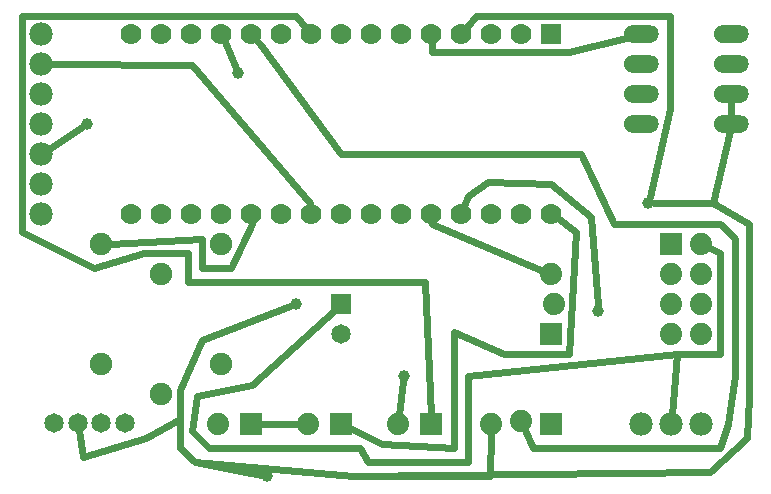
<source format=gtl>
G04 MADE WITH FRITZING*
G04 WWW.FRITZING.ORG*
G04 DOUBLE SIDED*
G04 HOLES PLATED*
G04 CONTOUR ON CENTER OF CONTOUR VECTOR*
%ASAXBY*%
%FSLAX23Y23*%
%MOIN*%
%OFA0B0*%
%SFA1.0B1.0*%
%ADD10C,0.075000*%
%ADD11C,0.039370*%
%ADD12C,0.074000*%
%ADD13C,0.065000*%
%ADD14C,0.058189*%
%ADD15C,0.078000*%
%ADD16C,0.070000*%
%ADD17R,0.074000X0.074000*%
%ADD18R,0.070000X0.069972*%
%ADD19C,0.024000*%
%ADD20R,0.001000X0.001000*%
%LNCOPPER1*%
G90*
G70*
G54D10*
X740Y824D03*
X740Y424D03*
X540Y724D03*
X540Y324D03*
X340Y824D03*
X340Y424D03*
G54D11*
X291Y1227D03*
X1995Y603D03*
X795Y1395D03*
X2163Y963D03*
X987Y627D03*
X1347Y387D03*
X891Y51D03*
G54D12*
X2340Y824D03*
X2340Y724D03*
X2340Y624D03*
X2340Y524D03*
X2240Y824D03*
X2240Y724D03*
X2240Y624D03*
X2240Y524D03*
G54D13*
X182Y228D03*
X261Y228D03*
X340Y228D03*
X419Y228D03*
G54D14*
X2140Y1524D03*
X2140Y1424D03*
X2140Y1324D03*
X2140Y1224D03*
X2440Y1224D03*
X2440Y1324D03*
X2440Y1424D03*
X2440Y1524D03*
G54D12*
X1140Y224D03*
X1030Y224D03*
X1140Y224D03*
X1030Y224D03*
X840Y224D03*
X730Y224D03*
X840Y224D03*
X730Y224D03*
X1440Y224D03*
X1330Y224D03*
X1440Y224D03*
X1330Y224D03*
G54D15*
X2340Y224D03*
X2240Y224D03*
X2140Y224D03*
G54D12*
X1840Y224D03*
X1740Y234D03*
X1640Y224D03*
X1840Y224D03*
X1740Y234D03*
X1640Y224D03*
G54D13*
X1140Y524D03*
X1140Y624D03*
X1140Y524D03*
X1140Y624D03*
G54D12*
X1840Y524D03*
X1850Y624D03*
X1840Y724D03*
X1840Y524D03*
X1850Y624D03*
X1840Y724D03*
G54D15*
X140Y1524D03*
X140Y1424D03*
X140Y1324D03*
X140Y1224D03*
X140Y1124D03*
X140Y1024D03*
X140Y924D03*
G54D16*
X1840Y1524D03*
X1740Y1524D03*
X1640Y1524D03*
X1540Y1524D03*
X1440Y1524D03*
X1340Y1524D03*
X1240Y1524D03*
X1140Y1524D03*
X1040Y1524D03*
X940Y1524D03*
X840Y1524D03*
X740Y1524D03*
X640Y1524D03*
X540Y1524D03*
X440Y1524D03*
X1840Y924D03*
X1740Y924D03*
X1640Y924D03*
X1540Y924D03*
X1440Y924D03*
X1340Y924D03*
X1240Y924D03*
X1140Y924D03*
X1040Y924D03*
X940Y924D03*
X840Y924D03*
X740Y924D03*
X640Y924D03*
X540Y924D03*
X440Y924D03*
G54D17*
X2240Y824D03*
G54D18*
X1840Y1524D03*
G54D19*
X871Y224D02*
X999Y224D01*
D02*
X2087Y1512D02*
X1899Y1467D01*
D02*
X1443Y891D02*
X1811Y736D01*
D02*
X1443Y895D02*
X1443Y891D01*
D02*
X1443Y1467D02*
X1442Y1495D01*
D02*
X1899Y1467D02*
X1443Y1467D01*
D02*
X843Y891D02*
X771Y747D01*
D02*
X843Y895D02*
X843Y891D01*
D02*
X675Y843D02*
X369Y826D01*
D02*
X675Y747D02*
X675Y843D01*
D02*
X771Y747D02*
X675Y747D01*
D02*
X275Y1216D02*
X165Y1141D01*
D02*
X641Y1423D02*
X1035Y963D01*
D02*
X170Y1424D02*
X641Y1423D01*
D02*
X1035Y963D02*
X1036Y953D01*
D02*
X483Y795D02*
X315Y747D01*
D02*
X627Y795D02*
X483Y795D01*
D02*
X627Y699D02*
X627Y795D01*
D02*
X1419Y699D02*
X627Y699D01*
D02*
X1439Y255D02*
X1419Y699D01*
D02*
X987Y1587D02*
X1021Y1546D01*
D02*
X75Y1587D02*
X987Y1587D01*
D02*
X75Y867D02*
X75Y1587D01*
D02*
X315Y747D02*
X75Y867D01*
D02*
X1515Y531D02*
X1683Y459D01*
D02*
X1515Y147D02*
X1515Y531D01*
D02*
X1275Y159D02*
X1515Y147D01*
D02*
X1168Y211D02*
X1275Y159D01*
D02*
X1923Y867D02*
X1864Y908D01*
D02*
X1899Y459D02*
X1923Y867D01*
D02*
X1683Y459D02*
X1899Y459D01*
D02*
X2259Y459D02*
X2243Y254D01*
D02*
X2403Y459D02*
X2259Y459D01*
D02*
X2403Y795D02*
X2403Y459D01*
D02*
X2368Y811D02*
X2403Y795D01*
D02*
X843Y354D02*
X659Y319D01*
D02*
X659Y319D02*
X642Y201D01*
D02*
X642Y201D02*
X699Y147D01*
D02*
X1122Y608D02*
X843Y354D01*
D02*
X1563Y387D02*
X2259Y459D01*
D02*
X1563Y99D02*
X1563Y387D01*
D02*
X1227Y99D02*
X1563Y99D01*
D02*
X1203Y147D02*
X1227Y99D01*
D02*
X699Y147D02*
X1203Y147D01*
D02*
X1840Y1024D02*
X1971Y915D01*
D02*
X1629Y1032D02*
X1840Y1024D01*
D02*
X1563Y987D02*
X1629Y1032D01*
D02*
X1550Y952D02*
X1563Y987D01*
D02*
X1140Y1125D02*
X1939Y1125D01*
D02*
X867Y1491D02*
X1140Y1125D01*
D02*
X858Y1502D02*
X867Y1491D01*
D02*
X1971Y915D02*
X1994Y622D01*
D02*
X2050Y891D02*
X2403Y891D01*
D02*
X1939Y1125D02*
X2050Y891D01*
D02*
X1779Y147D02*
X1753Y206D01*
D02*
X2403Y147D02*
X1779Y147D01*
D02*
X2429Y226D02*
X2403Y147D01*
D02*
X2438Y297D02*
X2429Y226D01*
D02*
X2451Y387D02*
X2438Y297D01*
D02*
X2451Y843D02*
X2451Y387D01*
D02*
X2429Y868D02*
X2451Y843D01*
D02*
X2403Y891D02*
X2429Y868D01*
D02*
X788Y1412D02*
X751Y1498D01*
D02*
X2440Y1301D02*
X2440Y1248D01*
D02*
X2379Y963D02*
X2435Y1201D01*
D02*
X2182Y963D02*
X2379Y963D01*
D02*
X969Y620D02*
X675Y507D01*
D02*
X603Y147D02*
X651Y99D01*
D02*
X603Y339D02*
X603Y147D01*
D02*
X675Y507D02*
X603Y339D01*
D02*
X2499Y315D02*
X2499Y891D01*
D02*
X2493Y178D02*
X2499Y315D01*
D02*
X1179Y51D02*
X2368Y65D01*
D02*
X2368Y65D02*
X2493Y178D01*
D02*
X651Y99D02*
X1179Y51D01*
D02*
X2499Y891D02*
X2379Y963D01*
D02*
X1635Y51D02*
X1179Y51D01*
D02*
X1639Y193D02*
X1635Y51D01*
D02*
X1333Y255D02*
X1345Y368D01*
D02*
X1558Y1548D02*
X1587Y1587D01*
D02*
X2235Y1275D02*
X2167Y981D01*
D02*
X2235Y1587D02*
X2235Y1275D01*
D02*
X1587Y1587D02*
X2235Y1587D01*
D02*
X872Y54D02*
X651Y99D01*
D02*
X265Y204D02*
X279Y115D01*
D02*
X603Y243D02*
X603Y339D01*
D02*
X489Y180D02*
X603Y243D01*
D02*
X279Y115D02*
X489Y180D01*
G54D20*
X2107Y1554D02*
X2172Y1554D01*
X2407Y1554D02*
X2471Y1554D01*
X2102Y1553D02*
X2176Y1553D01*
X2402Y1553D02*
X2476Y1553D01*
X2099Y1552D02*
X2179Y1552D01*
X2399Y1552D02*
X2479Y1552D01*
X2097Y1551D02*
X2181Y1551D01*
X2397Y1551D02*
X2481Y1551D01*
X2095Y1550D02*
X2183Y1550D01*
X2395Y1550D02*
X2483Y1550D01*
X2094Y1549D02*
X2184Y1549D01*
X2394Y1549D02*
X2484Y1549D01*
X2093Y1548D02*
X2186Y1548D01*
X2392Y1548D02*
X2486Y1548D01*
X2091Y1547D02*
X2187Y1547D01*
X2391Y1547D02*
X2487Y1547D01*
X2090Y1546D02*
X2188Y1546D01*
X2390Y1546D02*
X2488Y1546D01*
X2089Y1545D02*
X2189Y1545D01*
X2389Y1545D02*
X2489Y1545D01*
X2088Y1544D02*
X2136Y1544D01*
X2142Y1544D02*
X2190Y1544D01*
X2388Y1544D02*
X2436Y1544D01*
X2442Y1544D02*
X2490Y1544D01*
X2088Y1543D02*
X2132Y1543D01*
X2146Y1543D02*
X2191Y1543D01*
X2387Y1543D02*
X2432Y1543D01*
X2446Y1543D02*
X2491Y1543D01*
X2087Y1542D02*
X2130Y1542D01*
X2148Y1542D02*
X2191Y1542D01*
X2387Y1542D02*
X2430Y1542D01*
X2448Y1542D02*
X2491Y1542D01*
X2086Y1541D02*
X2128Y1541D01*
X2150Y1541D02*
X2192Y1541D01*
X2386Y1541D02*
X2428Y1541D01*
X2450Y1541D02*
X2492Y1541D01*
X2086Y1540D02*
X2127Y1540D01*
X2152Y1540D02*
X2193Y1540D01*
X2385Y1540D02*
X2427Y1540D01*
X2451Y1540D02*
X2493Y1540D01*
X2085Y1539D02*
X2125Y1539D01*
X2153Y1539D02*
X2193Y1539D01*
X2385Y1539D02*
X2425Y1539D01*
X2453Y1539D02*
X2493Y1539D01*
X2084Y1538D02*
X2125Y1538D01*
X2154Y1538D02*
X2194Y1538D01*
X2384Y1538D02*
X2424Y1538D01*
X2454Y1538D02*
X2494Y1538D01*
X2084Y1537D02*
X2124Y1537D01*
X2155Y1537D02*
X2194Y1537D01*
X2384Y1537D02*
X2424Y1537D01*
X2454Y1537D02*
X2494Y1537D01*
X2084Y1536D02*
X2123Y1536D01*
X2155Y1536D02*
X2195Y1536D01*
X2383Y1536D02*
X2423Y1536D01*
X2455Y1536D02*
X2495Y1536D01*
X2083Y1535D02*
X2122Y1535D01*
X2156Y1535D02*
X2195Y1535D01*
X2383Y1535D02*
X2422Y1535D01*
X2456Y1535D02*
X2495Y1535D01*
X2083Y1534D02*
X2122Y1534D01*
X2156Y1534D02*
X2195Y1534D01*
X2383Y1534D02*
X2422Y1534D01*
X2456Y1534D02*
X2495Y1534D01*
X2083Y1533D02*
X2121Y1533D01*
X2157Y1533D02*
X2196Y1533D01*
X2382Y1533D02*
X2421Y1533D01*
X2457Y1533D02*
X2496Y1533D01*
X2082Y1532D02*
X2121Y1532D01*
X2157Y1532D02*
X2196Y1532D01*
X2382Y1532D02*
X2421Y1532D01*
X2457Y1532D02*
X2496Y1532D01*
X2082Y1531D02*
X2121Y1531D01*
X2158Y1531D02*
X2196Y1531D01*
X2382Y1531D02*
X2420Y1531D01*
X2458Y1531D02*
X2496Y1531D01*
X2082Y1530D02*
X2120Y1530D01*
X2158Y1530D02*
X2196Y1530D01*
X2382Y1530D02*
X2420Y1530D01*
X2458Y1530D02*
X2496Y1530D01*
X2082Y1529D02*
X2120Y1529D01*
X2158Y1529D02*
X2197Y1529D01*
X2382Y1529D02*
X2420Y1529D01*
X2458Y1529D02*
X2496Y1529D01*
X2082Y1528D02*
X2120Y1528D01*
X2158Y1528D02*
X2197Y1528D01*
X2382Y1528D02*
X2420Y1528D01*
X2458Y1528D02*
X2497Y1528D01*
X2082Y1527D02*
X2120Y1527D01*
X2159Y1527D02*
X2197Y1527D01*
X2381Y1527D02*
X2420Y1527D01*
X2458Y1527D02*
X2497Y1527D01*
X2081Y1526D02*
X2120Y1526D01*
X2159Y1526D02*
X2197Y1526D01*
X2381Y1526D02*
X2420Y1526D01*
X2459Y1526D02*
X2497Y1526D01*
X2081Y1525D02*
X2120Y1525D01*
X2159Y1525D02*
X2197Y1525D01*
X2381Y1525D02*
X2419Y1525D01*
X2459Y1525D02*
X2497Y1525D01*
X2081Y1524D02*
X2120Y1524D01*
X2159Y1524D02*
X2197Y1524D01*
X2381Y1524D02*
X2420Y1524D01*
X2459Y1524D02*
X2497Y1524D01*
X2082Y1523D02*
X2120Y1523D01*
X2158Y1523D02*
X2197Y1523D01*
X2381Y1523D02*
X2420Y1523D01*
X2458Y1523D02*
X2497Y1523D01*
X2082Y1522D02*
X2120Y1522D01*
X2158Y1522D02*
X2197Y1522D01*
X2382Y1522D02*
X2420Y1522D01*
X2458Y1522D02*
X2497Y1522D01*
X2082Y1521D02*
X2120Y1521D01*
X2158Y1521D02*
X2196Y1521D01*
X2382Y1521D02*
X2420Y1521D01*
X2458Y1521D02*
X2496Y1521D01*
X2082Y1520D02*
X2120Y1520D01*
X2158Y1520D02*
X2196Y1520D01*
X2382Y1520D02*
X2420Y1520D01*
X2458Y1520D02*
X2496Y1520D01*
X2082Y1519D02*
X2121Y1519D01*
X2158Y1519D02*
X2196Y1519D01*
X2382Y1519D02*
X2421Y1519D01*
X2458Y1519D02*
X2496Y1519D01*
X2082Y1518D02*
X2121Y1518D01*
X2157Y1518D02*
X2196Y1518D01*
X2382Y1518D02*
X2421Y1518D01*
X2457Y1518D02*
X2496Y1518D01*
X2083Y1517D02*
X2121Y1517D01*
X2157Y1517D02*
X2196Y1517D01*
X2383Y1517D02*
X2421Y1517D01*
X2457Y1517D02*
X2496Y1517D01*
X2083Y1516D02*
X2122Y1516D01*
X2156Y1516D02*
X2195Y1516D01*
X2383Y1516D02*
X2422Y1516D01*
X2456Y1516D02*
X2495Y1516D01*
X2083Y1515D02*
X2123Y1515D01*
X2156Y1515D02*
X2195Y1515D01*
X2383Y1515D02*
X2422Y1515D01*
X2456Y1515D02*
X2495Y1515D01*
X2084Y1514D02*
X2123Y1514D01*
X2155Y1514D02*
X2195Y1514D01*
X2384Y1514D02*
X2423Y1514D01*
X2455Y1514D02*
X2494Y1514D01*
X2084Y1513D02*
X2124Y1513D01*
X2154Y1513D02*
X2194Y1513D01*
X2384Y1513D02*
X2424Y1513D01*
X2454Y1513D02*
X2494Y1513D01*
X2085Y1512D02*
X2125Y1512D01*
X2153Y1512D02*
X2194Y1512D01*
X2385Y1512D02*
X2425Y1512D01*
X2453Y1512D02*
X2494Y1512D01*
X2085Y1511D02*
X2126Y1511D01*
X2152Y1511D02*
X2193Y1511D01*
X2385Y1511D02*
X2426Y1511D01*
X2452Y1511D02*
X2493Y1511D01*
X2086Y1510D02*
X2127Y1510D01*
X2151Y1510D02*
X2192Y1510D01*
X2386Y1510D02*
X2427Y1510D01*
X2451Y1510D02*
X2492Y1510D01*
X2086Y1509D02*
X2129Y1509D01*
X2150Y1509D02*
X2192Y1509D01*
X2386Y1509D02*
X2429Y1509D01*
X2450Y1509D02*
X2492Y1509D01*
X2087Y1508D02*
X2130Y1508D01*
X2148Y1508D02*
X2191Y1508D01*
X2387Y1508D02*
X2430Y1508D01*
X2448Y1508D02*
X2491Y1508D01*
X2088Y1507D02*
X2133Y1507D01*
X2145Y1507D02*
X2190Y1507D01*
X2388Y1507D02*
X2433Y1507D01*
X2445Y1507D02*
X2490Y1507D01*
X2089Y1506D02*
X2190Y1506D01*
X2389Y1506D02*
X2489Y1506D01*
X2090Y1505D02*
X2189Y1505D01*
X2390Y1505D02*
X2489Y1505D01*
X2091Y1504D02*
X2188Y1504D01*
X2391Y1504D02*
X2487Y1504D01*
X2092Y1503D02*
X2186Y1503D01*
X2392Y1503D02*
X2486Y1503D01*
X2093Y1502D02*
X2185Y1502D01*
X2393Y1502D02*
X2485Y1502D01*
X2094Y1501D02*
X2184Y1501D01*
X2394Y1501D02*
X2484Y1501D01*
X2096Y1500D02*
X2182Y1500D01*
X2396Y1500D02*
X2482Y1500D01*
X2098Y1499D02*
X2180Y1499D01*
X2398Y1499D02*
X2480Y1499D01*
X2100Y1498D02*
X2178Y1498D01*
X2400Y1498D02*
X2478Y1498D01*
X2104Y1497D02*
X2175Y1497D01*
X2403Y1497D02*
X2475Y1497D01*
X2106Y1454D02*
X2172Y1454D01*
X2406Y1454D02*
X2472Y1454D01*
X2102Y1453D02*
X2176Y1453D01*
X2402Y1453D02*
X2476Y1453D01*
X2099Y1452D02*
X2179Y1452D01*
X2399Y1452D02*
X2479Y1452D01*
X2097Y1451D02*
X2181Y1451D01*
X2397Y1451D02*
X2481Y1451D01*
X2095Y1450D02*
X2183Y1450D01*
X2395Y1450D02*
X2483Y1450D01*
X2094Y1449D02*
X2184Y1449D01*
X2394Y1449D02*
X2484Y1449D01*
X2092Y1448D02*
X2186Y1448D01*
X2392Y1448D02*
X2486Y1448D01*
X2091Y1447D02*
X2187Y1447D01*
X2391Y1447D02*
X2487Y1447D01*
X2090Y1446D02*
X2188Y1446D01*
X2390Y1446D02*
X2488Y1446D01*
X2089Y1445D02*
X2189Y1445D01*
X2389Y1445D02*
X2489Y1445D01*
X2088Y1444D02*
X2135Y1444D01*
X2143Y1444D02*
X2190Y1444D01*
X2388Y1444D02*
X2435Y1444D01*
X2443Y1444D02*
X2490Y1444D01*
X2088Y1443D02*
X2132Y1443D01*
X2146Y1443D02*
X2191Y1443D01*
X2387Y1443D02*
X2432Y1443D01*
X2446Y1443D02*
X2491Y1443D01*
X2087Y1442D02*
X2130Y1442D01*
X2149Y1442D02*
X2191Y1442D01*
X2387Y1442D02*
X2430Y1442D01*
X2448Y1442D02*
X2491Y1442D01*
X2086Y1441D02*
X2128Y1441D01*
X2150Y1441D02*
X2192Y1441D01*
X2386Y1441D02*
X2428Y1441D01*
X2450Y1441D02*
X2492Y1441D01*
X2085Y1440D02*
X2127Y1440D01*
X2152Y1440D02*
X2193Y1440D01*
X2385Y1440D02*
X2427Y1440D01*
X2452Y1440D02*
X2493Y1440D01*
X2085Y1439D02*
X2125Y1439D01*
X2153Y1439D02*
X2193Y1439D01*
X2385Y1439D02*
X2425Y1439D01*
X2453Y1439D02*
X2493Y1439D01*
X2084Y1438D02*
X2125Y1438D01*
X2154Y1438D02*
X2194Y1438D01*
X2384Y1438D02*
X2424Y1438D01*
X2454Y1438D02*
X2494Y1438D01*
X2084Y1437D02*
X2124Y1437D01*
X2155Y1437D02*
X2194Y1437D01*
X2384Y1437D02*
X2424Y1437D01*
X2454Y1437D02*
X2494Y1437D01*
X2084Y1436D02*
X2123Y1436D01*
X2155Y1436D02*
X2195Y1436D01*
X2383Y1436D02*
X2423Y1436D01*
X2455Y1436D02*
X2495Y1436D01*
X2083Y1435D02*
X2122Y1435D01*
X2156Y1435D02*
X2195Y1435D01*
X2383Y1435D02*
X2422Y1435D01*
X2456Y1435D02*
X2495Y1435D01*
X2083Y1434D02*
X2122Y1434D01*
X2156Y1434D02*
X2195Y1434D01*
X2383Y1434D02*
X2422Y1434D01*
X2456Y1434D02*
X2495Y1434D01*
X2083Y1433D02*
X2121Y1433D01*
X2157Y1433D02*
X2196Y1433D01*
X2382Y1433D02*
X2421Y1433D01*
X2457Y1433D02*
X2496Y1433D01*
X2082Y1432D02*
X2121Y1432D01*
X2157Y1432D02*
X2196Y1432D01*
X2382Y1432D02*
X2421Y1432D01*
X2457Y1432D02*
X2496Y1432D01*
X2082Y1431D02*
X2121Y1431D01*
X2158Y1431D02*
X2196Y1431D01*
X2382Y1431D02*
X2420Y1431D01*
X2458Y1431D02*
X2496Y1431D01*
X2082Y1430D02*
X2120Y1430D01*
X2158Y1430D02*
X2196Y1430D01*
X2382Y1430D02*
X2420Y1430D01*
X2458Y1430D02*
X2496Y1430D01*
X2082Y1429D02*
X2120Y1429D01*
X2158Y1429D02*
X2197Y1429D01*
X2382Y1429D02*
X2420Y1429D01*
X2458Y1429D02*
X2496Y1429D01*
X2082Y1428D02*
X2120Y1428D01*
X2158Y1428D02*
X2197Y1428D01*
X2382Y1428D02*
X2420Y1428D01*
X2458Y1428D02*
X2497Y1428D01*
X2082Y1427D02*
X2120Y1427D01*
X2159Y1427D02*
X2197Y1427D01*
X2381Y1427D02*
X2420Y1427D01*
X2458Y1427D02*
X2497Y1427D01*
X2081Y1426D02*
X2120Y1426D01*
X2159Y1426D02*
X2197Y1426D01*
X2381Y1426D02*
X2420Y1426D01*
X2459Y1426D02*
X2497Y1426D01*
X2081Y1425D02*
X2120Y1425D01*
X2159Y1425D02*
X2197Y1425D01*
X2381Y1425D02*
X2419Y1425D01*
X2459Y1425D02*
X2497Y1425D01*
X2081Y1424D02*
X2120Y1424D01*
X2159Y1424D02*
X2197Y1424D01*
X2381Y1424D02*
X2420Y1424D01*
X2459Y1424D02*
X2497Y1424D01*
X2082Y1423D02*
X2120Y1423D01*
X2158Y1423D02*
X2197Y1423D01*
X2381Y1423D02*
X2420Y1423D01*
X2458Y1423D02*
X2497Y1423D01*
X2082Y1422D02*
X2120Y1422D01*
X2158Y1422D02*
X2197Y1422D01*
X2382Y1422D02*
X2420Y1422D01*
X2458Y1422D02*
X2497Y1422D01*
X2082Y1421D02*
X2120Y1421D01*
X2158Y1421D02*
X2196Y1421D01*
X2382Y1421D02*
X2420Y1421D01*
X2458Y1421D02*
X2496Y1421D01*
X2082Y1420D02*
X2120Y1420D01*
X2158Y1420D02*
X2196Y1420D01*
X2382Y1420D02*
X2420Y1420D01*
X2458Y1420D02*
X2496Y1420D01*
X2082Y1419D02*
X2121Y1419D01*
X2158Y1419D02*
X2196Y1419D01*
X2382Y1419D02*
X2421Y1419D01*
X2458Y1419D02*
X2496Y1419D01*
X2082Y1418D02*
X2121Y1418D01*
X2157Y1418D02*
X2196Y1418D01*
X2382Y1418D02*
X2421Y1418D01*
X2457Y1418D02*
X2496Y1418D01*
X2083Y1417D02*
X2121Y1417D01*
X2157Y1417D02*
X2196Y1417D01*
X2383Y1417D02*
X2421Y1417D01*
X2457Y1417D02*
X2496Y1417D01*
X2083Y1416D02*
X2122Y1416D01*
X2156Y1416D02*
X2195Y1416D01*
X2383Y1416D02*
X2422Y1416D01*
X2456Y1416D02*
X2495Y1416D01*
X2083Y1415D02*
X2123Y1415D01*
X2156Y1415D02*
X2195Y1415D01*
X2383Y1415D02*
X2422Y1415D01*
X2456Y1415D02*
X2495Y1415D01*
X2084Y1414D02*
X2123Y1414D01*
X2155Y1414D02*
X2195Y1414D01*
X2384Y1414D02*
X2423Y1414D01*
X2455Y1414D02*
X2494Y1414D01*
X2084Y1413D02*
X2124Y1413D01*
X2154Y1413D02*
X2194Y1413D01*
X2384Y1413D02*
X2424Y1413D01*
X2454Y1413D02*
X2494Y1413D01*
X2085Y1412D02*
X2125Y1412D01*
X2153Y1412D02*
X2194Y1412D01*
X2385Y1412D02*
X2425Y1412D01*
X2453Y1412D02*
X2494Y1412D01*
X2085Y1411D02*
X2126Y1411D01*
X2152Y1411D02*
X2193Y1411D01*
X2385Y1411D02*
X2426Y1411D01*
X2452Y1411D02*
X2493Y1411D01*
X2086Y1410D02*
X2127Y1410D01*
X2151Y1410D02*
X2192Y1410D01*
X2386Y1410D02*
X2427Y1410D01*
X2451Y1410D02*
X2492Y1410D01*
X2086Y1409D02*
X2129Y1409D01*
X2150Y1409D02*
X2192Y1409D01*
X2386Y1409D02*
X2429Y1409D01*
X2449Y1409D02*
X2492Y1409D01*
X2087Y1408D02*
X2131Y1408D01*
X2148Y1408D02*
X2191Y1408D01*
X2387Y1408D02*
X2430Y1408D01*
X2448Y1408D02*
X2491Y1408D01*
X2088Y1407D02*
X2133Y1407D01*
X2145Y1407D02*
X2190Y1407D01*
X2388Y1407D02*
X2433Y1407D01*
X2445Y1407D02*
X2490Y1407D01*
X2089Y1406D02*
X2189Y1406D01*
X2389Y1406D02*
X2489Y1406D01*
X2090Y1405D02*
X2189Y1405D01*
X2390Y1405D02*
X2489Y1405D01*
X2091Y1404D02*
X2188Y1404D01*
X2391Y1404D02*
X2487Y1404D01*
X2092Y1403D02*
X2186Y1403D01*
X2392Y1403D02*
X2486Y1403D01*
X2093Y1402D02*
X2185Y1402D01*
X2393Y1402D02*
X2485Y1402D01*
X2094Y1401D02*
X2184Y1401D01*
X2394Y1401D02*
X2484Y1401D01*
X2096Y1400D02*
X2182Y1400D01*
X2396Y1400D02*
X2482Y1400D01*
X2098Y1399D02*
X2180Y1399D01*
X2398Y1399D02*
X2480Y1399D01*
X2100Y1398D02*
X2178Y1398D01*
X2400Y1398D02*
X2478Y1398D01*
X2104Y1397D02*
X2175Y1397D01*
X2404Y1397D02*
X2474Y1397D01*
X2106Y1354D02*
X2172Y1354D01*
X2406Y1354D02*
X2472Y1354D01*
X2102Y1353D02*
X2177Y1353D01*
X2402Y1353D02*
X2476Y1353D01*
X2099Y1352D02*
X2179Y1352D01*
X2399Y1352D02*
X2479Y1352D01*
X2097Y1351D02*
X2181Y1351D01*
X2397Y1351D02*
X2481Y1351D01*
X2095Y1350D02*
X2183Y1350D01*
X2395Y1350D02*
X2483Y1350D01*
X2094Y1349D02*
X2184Y1349D01*
X2394Y1349D02*
X2484Y1349D01*
X2092Y1348D02*
X2186Y1348D01*
X2392Y1348D02*
X2486Y1348D01*
X2091Y1347D02*
X2187Y1347D01*
X2391Y1347D02*
X2487Y1347D01*
X2090Y1346D02*
X2188Y1346D01*
X2390Y1346D02*
X2488Y1346D01*
X2089Y1345D02*
X2189Y1345D01*
X2389Y1345D02*
X2489Y1345D01*
X2088Y1344D02*
X2135Y1344D01*
X2143Y1344D02*
X2190Y1344D01*
X2388Y1344D02*
X2435Y1344D01*
X2443Y1344D02*
X2490Y1344D01*
X2087Y1343D02*
X2132Y1343D01*
X2147Y1343D02*
X2191Y1343D01*
X2387Y1343D02*
X2432Y1343D01*
X2447Y1343D02*
X2491Y1343D01*
X2087Y1342D02*
X2130Y1342D01*
X2149Y1342D02*
X2191Y1342D01*
X2387Y1342D02*
X2430Y1342D01*
X2449Y1342D02*
X2491Y1342D01*
X2086Y1341D02*
X2128Y1341D01*
X2150Y1341D02*
X2192Y1341D01*
X2386Y1341D02*
X2428Y1341D01*
X2450Y1341D02*
X2492Y1341D01*
X2085Y1340D02*
X2127Y1340D01*
X2152Y1340D02*
X2193Y1340D01*
X2385Y1340D02*
X2427Y1340D01*
X2452Y1340D02*
X2493Y1340D01*
X2085Y1339D02*
X2125Y1339D01*
X2153Y1339D02*
X2193Y1339D01*
X2385Y1339D02*
X2425Y1339D01*
X2453Y1339D02*
X2493Y1339D01*
X2084Y1338D02*
X2124Y1338D01*
X2154Y1338D02*
X2194Y1338D01*
X2384Y1338D02*
X2424Y1338D01*
X2454Y1338D02*
X2494Y1338D01*
X2084Y1337D02*
X2124Y1337D01*
X2155Y1337D02*
X2194Y1337D01*
X2384Y1337D02*
X2424Y1337D01*
X2455Y1337D02*
X2494Y1337D01*
X2084Y1336D02*
X2123Y1336D01*
X2155Y1336D02*
X2195Y1336D01*
X2383Y1336D02*
X2423Y1336D01*
X2455Y1336D02*
X2495Y1336D01*
X2083Y1335D02*
X2122Y1335D01*
X2156Y1335D02*
X2195Y1335D01*
X2383Y1335D02*
X2422Y1335D01*
X2456Y1335D02*
X2495Y1335D01*
X2083Y1334D02*
X2122Y1334D01*
X2157Y1334D02*
X2195Y1334D01*
X2383Y1334D02*
X2422Y1334D01*
X2456Y1334D02*
X2495Y1334D01*
X2083Y1333D02*
X2121Y1333D01*
X2157Y1333D02*
X2196Y1333D01*
X2382Y1333D02*
X2421Y1333D01*
X2457Y1333D02*
X2496Y1333D01*
X2082Y1332D02*
X2121Y1332D01*
X2157Y1332D02*
X2196Y1332D01*
X2382Y1332D02*
X2421Y1332D01*
X2457Y1332D02*
X2496Y1332D01*
X2082Y1331D02*
X2121Y1331D01*
X2158Y1331D02*
X2196Y1331D01*
X2382Y1331D02*
X2420Y1331D01*
X2458Y1331D02*
X2496Y1331D01*
X2082Y1330D02*
X2120Y1330D01*
X2158Y1330D02*
X2196Y1330D01*
X2382Y1330D02*
X2420Y1330D01*
X2458Y1330D02*
X2496Y1330D01*
X2082Y1329D02*
X2120Y1329D01*
X2158Y1329D02*
X2197Y1329D01*
X2382Y1329D02*
X2420Y1329D01*
X2458Y1329D02*
X2496Y1329D01*
X2082Y1328D02*
X2120Y1328D01*
X2158Y1328D02*
X2197Y1328D01*
X2382Y1328D02*
X2420Y1328D01*
X2458Y1328D02*
X2497Y1328D01*
X2082Y1327D02*
X2120Y1327D01*
X2159Y1327D02*
X2197Y1327D01*
X2381Y1327D02*
X2420Y1327D01*
X2458Y1327D02*
X2497Y1327D01*
X2081Y1326D02*
X2120Y1326D01*
X2159Y1326D02*
X2197Y1326D01*
X2381Y1326D02*
X2420Y1326D01*
X2459Y1326D02*
X2497Y1326D01*
X2081Y1325D02*
X2120Y1325D01*
X2159Y1325D02*
X2197Y1325D01*
X2381Y1325D02*
X2419Y1325D01*
X2459Y1325D02*
X2497Y1325D01*
X2082Y1324D02*
X2120Y1324D01*
X2159Y1324D02*
X2197Y1324D01*
X2381Y1324D02*
X2420Y1324D01*
X2459Y1324D02*
X2497Y1324D01*
X2082Y1323D02*
X2120Y1323D01*
X2158Y1323D02*
X2197Y1323D01*
X2381Y1323D02*
X2420Y1323D01*
X2458Y1323D02*
X2497Y1323D01*
X2082Y1322D02*
X2120Y1322D01*
X2158Y1322D02*
X2197Y1322D01*
X2382Y1322D02*
X2420Y1322D01*
X2458Y1322D02*
X2497Y1322D01*
X2082Y1321D02*
X2120Y1321D01*
X2158Y1321D02*
X2196Y1321D01*
X2382Y1321D02*
X2420Y1321D01*
X2458Y1321D02*
X2496Y1321D01*
X2082Y1320D02*
X2120Y1320D01*
X2158Y1320D02*
X2196Y1320D01*
X2382Y1320D02*
X2420Y1320D01*
X2458Y1320D02*
X2496Y1320D01*
X2082Y1319D02*
X2121Y1319D01*
X2158Y1319D02*
X2196Y1319D01*
X2382Y1319D02*
X2421Y1319D01*
X2457Y1319D02*
X2496Y1319D01*
X2082Y1318D02*
X2121Y1318D01*
X2157Y1318D02*
X2196Y1318D01*
X2382Y1318D02*
X2421Y1318D01*
X2457Y1318D02*
X2496Y1318D01*
X2083Y1317D02*
X2121Y1317D01*
X2157Y1317D02*
X2196Y1317D01*
X2383Y1317D02*
X2421Y1317D01*
X2457Y1317D02*
X2496Y1317D01*
X2083Y1316D02*
X2122Y1316D01*
X2156Y1316D02*
X2195Y1316D01*
X2383Y1316D02*
X2422Y1316D01*
X2456Y1316D02*
X2495Y1316D01*
X2083Y1315D02*
X2123Y1315D01*
X2156Y1315D02*
X2195Y1315D01*
X2383Y1315D02*
X2423Y1315D01*
X2456Y1315D02*
X2495Y1315D01*
X2084Y1314D02*
X2123Y1314D01*
X2155Y1314D02*
X2195Y1314D01*
X2384Y1314D02*
X2423Y1314D01*
X2455Y1314D02*
X2494Y1314D01*
X2084Y1313D02*
X2124Y1313D01*
X2154Y1313D02*
X2194Y1313D01*
X2384Y1313D02*
X2424Y1313D01*
X2454Y1313D02*
X2494Y1313D01*
X2085Y1312D02*
X2125Y1312D01*
X2153Y1312D02*
X2194Y1312D01*
X2385Y1312D02*
X2425Y1312D01*
X2453Y1312D02*
X2493Y1312D01*
X2085Y1311D02*
X2126Y1311D01*
X2152Y1311D02*
X2193Y1311D01*
X2385Y1311D02*
X2426Y1311D01*
X2452Y1311D02*
X2493Y1311D01*
X2086Y1310D02*
X2127Y1310D01*
X2151Y1310D02*
X2192Y1310D01*
X2386Y1310D02*
X2427Y1310D01*
X2451Y1310D02*
X2492Y1310D01*
X2086Y1309D02*
X2129Y1309D01*
X2149Y1309D02*
X2192Y1309D01*
X2386Y1309D02*
X2429Y1309D01*
X2449Y1309D02*
X2492Y1309D01*
X2087Y1308D02*
X2131Y1308D01*
X2148Y1308D02*
X2191Y1308D01*
X2387Y1308D02*
X2431Y1308D01*
X2448Y1308D02*
X2491Y1308D01*
X2088Y1307D02*
X2133Y1307D01*
X2145Y1307D02*
X2190Y1307D01*
X2388Y1307D02*
X2433Y1307D01*
X2445Y1307D02*
X2490Y1307D01*
X2089Y1306D02*
X2189Y1306D01*
X2389Y1306D02*
X2489Y1306D01*
X2090Y1305D02*
X2189Y1305D01*
X2390Y1305D02*
X2488Y1305D01*
X2091Y1304D02*
X2187Y1304D01*
X2391Y1304D02*
X2487Y1304D01*
X2092Y1303D02*
X2186Y1303D01*
X2392Y1303D02*
X2486Y1303D01*
X2093Y1302D02*
X2185Y1302D01*
X2393Y1302D02*
X2485Y1302D01*
X2095Y1301D02*
X2184Y1301D01*
X2394Y1301D02*
X2484Y1301D01*
X2096Y1300D02*
X2182Y1300D01*
X2396Y1300D02*
X2482Y1300D01*
X2098Y1299D02*
X2180Y1299D01*
X2398Y1299D02*
X2480Y1299D01*
X2101Y1298D02*
X2178Y1298D01*
X2400Y1298D02*
X2478Y1298D01*
X2104Y1297D02*
X2174Y1297D01*
X2404Y1297D02*
X2474Y1297D01*
X2106Y1254D02*
X2172Y1254D01*
X2406Y1254D02*
X2472Y1254D01*
X2102Y1253D02*
X2177Y1253D01*
X2402Y1253D02*
X2477Y1253D01*
X2099Y1252D02*
X2179Y1252D01*
X2399Y1252D02*
X2479Y1252D01*
X2097Y1251D02*
X2181Y1251D01*
X2397Y1251D02*
X2481Y1251D01*
X2095Y1250D02*
X2183Y1250D01*
X2395Y1250D02*
X2483Y1250D01*
X2094Y1249D02*
X2185Y1249D01*
X2394Y1249D02*
X2484Y1249D01*
X2092Y1248D02*
X2186Y1248D01*
X2392Y1248D02*
X2486Y1248D01*
X2091Y1247D02*
X2187Y1247D01*
X2391Y1247D02*
X2487Y1247D01*
X2090Y1246D02*
X2188Y1246D01*
X2390Y1246D02*
X2488Y1246D01*
X2089Y1245D02*
X2189Y1245D01*
X2389Y1245D02*
X2489Y1245D01*
X2088Y1244D02*
X2135Y1244D01*
X2143Y1244D02*
X2190Y1244D01*
X2388Y1244D02*
X2435Y1244D01*
X2443Y1244D02*
X2490Y1244D01*
X2087Y1243D02*
X2132Y1243D01*
X2147Y1243D02*
X2191Y1243D01*
X2387Y1243D02*
X2431Y1243D01*
X2447Y1243D02*
X2491Y1243D01*
X2087Y1242D02*
X2130Y1242D01*
X2149Y1242D02*
X2192Y1242D01*
X2387Y1242D02*
X2429Y1242D01*
X2449Y1242D02*
X2491Y1242D01*
X2086Y1241D02*
X2128Y1241D01*
X2150Y1241D02*
X2192Y1241D01*
X2386Y1241D02*
X2428Y1241D01*
X2450Y1241D02*
X2492Y1241D01*
X2085Y1240D02*
X2127Y1240D01*
X2152Y1240D02*
X2193Y1240D01*
X2385Y1240D02*
X2426Y1240D01*
X2452Y1240D02*
X2493Y1240D01*
X2085Y1239D02*
X2125Y1239D01*
X2153Y1239D02*
X2193Y1239D01*
X2385Y1239D02*
X2425Y1239D01*
X2453Y1239D02*
X2493Y1239D01*
X2084Y1238D02*
X2124Y1238D01*
X2154Y1238D02*
X2194Y1238D01*
X2384Y1238D02*
X2424Y1238D01*
X2454Y1238D02*
X2494Y1238D01*
X2084Y1237D02*
X2124Y1237D01*
X2155Y1237D02*
X2194Y1237D01*
X2384Y1237D02*
X2424Y1237D01*
X2455Y1237D02*
X2494Y1237D01*
X2083Y1236D02*
X2123Y1236D01*
X2155Y1236D02*
X2195Y1236D01*
X2383Y1236D02*
X2423Y1236D01*
X2455Y1236D02*
X2495Y1236D01*
X2083Y1235D02*
X2122Y1235D01*
X2156Y1235D02*
X2195Y1235D01*
X2383Y1235D02*
X2422Y1235D01*
X2456Y1235D02*
X2495Y1235D01*
X2083Y1234D02*
X2122Y1234D01*
X2157Y1234D02*
X2195Y1234D01*
X2383Y1234D02*
X2422Y1234D01*
X2456Y1234D02*
X2495Y1234D01*
X2082Y1233D02*
X2121Y1233D01*
X2157Y1233D02*
X2196Y1233D01*
X2382Y1233D02*
X2421Y1233D01*
X2457Y1233D02*
X2496Y1233D01*
X2082Y1232D02*
X2121Y1232D01*
X2157Y1232D02*
X2196Y1232D01*
X2382Y1232D02*
X2421Y1232D01*
X2457Y1232D02*
X2496Y1232D01*
X2082Y1231D02*
X2120Y1231D01*
X2158Y1231D02*
X2196Y1231D01*
X2382Y1231D02*
X2420Y1231D01*
X2458Y1231D02*
X2496Y1231D01*
X2082Y1230D02*
X2120Y1230D01*
X2158Y1230D02*
X2196Y1230D01*
X2382Y1230D02*
X2420Y1230D01*
X2458Y1230D02*
X2496Y1230D01*
X2082Y1229D02*
X2120Y1229D01*
X2158Y1229D02*
X2197Y1229D01*
X2382Y1229D02*
X2420Y1229D01*
X2458Y1229D02*
X2496Y1229D01*
X2082Y1228D02*
X2120Y1228D01*
X2158Y1228D02*
X2197Y1228D01*
X2381Y1228D02*
X2420Y1228D01*
X2458Y1228D02*
X2497Y1228D01*
X2082Y1227D02*
X2120Y1227D01*
X2159Y1227D02*
X2197Y1227D01*
X2381Y1227D02*
X2420Y1227D01*
X2458Y1227D02*
X2497Y1227D01*
X2081Y1226D02*
X2120Y1226D01*
X2159Y1226D02*
X2197Y1226D01*
X2381Y1226D02*
X2420Y1226D01*
X2459Y1226D02*
X2497Y1226D01*
X2081Y1225D02*
X2120Y1225D01*
X2159Y1225D02*
X2197Y1225D01*
X2381Y1225D02*
X2419Y1225D01*
X2459Y1225D02*
X2497Y1225D01*
X2082Y1224D02*
X2120Y1224D01*
X2159Y1224D02*
X2197Y1224D01*
X2381Y1224D02*
X2420Y1224D01*
X2459Y1224D02*
X2497Y1224D01*
X2082Y1223D02*
X2120Y1223D01*
X2158Y1223D02*
X2197Y1223D01*
X2381Y1223D02*
X2420Y1223D01*
X2458Y1223D02*
X2497Y1223D01*
X2082Y1222D02*
X2120Y1222D01*
X2158Y1222D02*
X2197Y1222D01*
X2382Y1222D02*
X2420Y1222D01*
X2458Y1222D02*
X2497Y1222D01*
X2082Y1221D02*
X2120Y1221D01*
X2158Y1221D02*
X2196Y1221D01*
X2382Y1221D02*
X2420Y1221D01*
X2458Y1221D02*
X2496Y1221D01*
X2082Y1220D02*
X2120Y1220D01*
X2158Y1220D02*
X2196Y1220D01*
X2382Y1220D02*
X2420Y1220D01*
X2458Y1220D02*
X2496Y1220D01*
X2082Y1219D02*
X2121Y1219D01*
X2158Y1219D02*
X2196Y1219D01*
X2382Y1219D02*
X2421Y1219D01*
X2457Y1219D02*
X2496Y1219D01*
X2082Y1218D02*
X2121Y1218D01*
X2157Y1218D02*
X2196Y1218D01*
X2382Y1218D02*
X2421Y1218D01*
X2457Y1218D02*
X2496Y1218D01*
X2083Y1217D02*
X2122Y1217D01*
X2157Y1217D02*
X2196Y1217D01*
X2383Y1217D02*
X2421Y1217D01*
X2457Y1217D02*
X2496Y1217D01*
X2083Y1216D02*
X2122Y1216D01*
X2156Y1216D02*
X2195Y1216D01*
X2383Y1216D02*
X2422Y1216D01*
X2456Y1216D02*
X2495Y1216D01*
X2083Y1215D02*
X2123Y1215D01*
X2156Y1215D02*
X2195Y1215D01*
X2383Y1215D02*
X2423Y1215D01*
X2456Y1215D02*
X2495Y1215D01*
X2084Y1214D02*
X2123Y1214D01*
X2155Y1214D02*
X2195Y1214D01*
X2384Y1214D02*
X2423Y1214D01*
X2455Y1214D02*
X2494Y1214D01*
X2084Y1213D02*
X2124Y1213D01*
X2154Y1213D02*
X2194Y1213D01*
X2384Y1213D02*
X2424Y1213D01*
X2454Y1213D02*
X2494Y1213D01*
X2085Y1212D02*
X2125Y1212D01*
X2153Y1212D02*
X2194Y1212D01*
X2385Y1212D02*
X2425Y1212D01*
X2453Y1212D02*
X2493Y1212D01*
X2085Y1211D02*
X2126Y1211D01*
X2152Y1211D02*
X2193Y1211D01*
X2385Y1211D02*
X2426Y1211D01*
X2452Y1211D02*
X2493Y1211D01*
X2086Y1210D02*
X2127Y1210D01*
X2151Y1210D02*
X2192Y1210D01*
X2386Y1210D02*
X2427Y1210D01*
X2451Y1210D02*
X2492Y1210D01*
X2086Y1209D02*
X2129Y1209D01*
X2149Y1209D02*
X2192Y1209D01*
X2386Y1209D02*
X2429Y1209D01*
X2449Y1209D02*
X2492Y1209D01*
X2087Y1208D02*
X2131Y1208D01*
X2148Y1208D02*
X2191Y1208D01*
X2387Y1208D02*
X2431Y1208D01*
X2447Y1208D02*
X2491Y1208D01*
X2088Y1207D02*
X2134Y1207D01*
X2145Y1207D02*
X2190Y1207D01*
X2388Y1207D02*
X2434Y1207D01*
X2445Y1207D02*
X2490Y1207D01*
X2089Y1206D02*
X2189Y1206D01*
X2389Y1206D02*
X2489Y1206D01*
X2090Y1205D02*
X2189Y1205D01*
X2390Y1205D02*
X2488Y1205D01*
X2091Y1204D02*
X2187Y1204D01*
X2391Y1204D02*
X2487Y1204D01*
X2092Y1203D02*
X2186Y1203D01*
X2392Y1203D02*
X2486Y1203D01*
X2093Y1202D02*
X2185Y1202D01*
X2393Y1202D02*
X2485Y1202D01*
X2095Y1201D02*
X2184Y1201D01*
X2395Y1201D02*
X2484Y1201D01*
X2096Y1200D02*
X2182Y1200D01*
X2396Y1200D02*
X2482Y1200D01*
X2098Y1199D02*
X2180Y1199D01*
X2398Y1199D02*
X2480Y1199D01*
X2101Y1198D02*
X2178Y1198D01*
X2401Y1198D02*
X2478Y1198D01*
X2104Y1197D02*
X2174Y1197D01*
X2404Y1197D02*
X2474Y1197D01*
X1108Y658D02*
X1171Y658D01*
X1107Y657D02*
X1171Y657D01*
X1107Y656D02*
X1171Y656D01*
X1107Y655D02*
X1171Y655D01*
X1107Y654D02*
X1171Y654D01*
X1107Y653D02*
X1171Y653D01*
X1107Y652D02*
X1171Y652D01*
X1107Y651D02*
X1171Y651D01*
X1107Y650D02*
X1171Y650D01*
X1107Y649D02*
X1171Y649D01*
X1107Y648D02*
X1171Y648D01*
X1107Y647D02*
X1171Y647D01*
X1107Y646D02*
X1171Y646D01*
X1107Y645D02*
X1171Y645D01*
X1107Y644D02*
X1171Y644D01*
X1107Y643D02*
X1171Y643D01*
X1107Y642D02*
X1171Y642D01*
X1107Y641D02*
X1171Y641D01*
X1107Y640D02*
X1171Y640D01*
X1107Y639D02*
X1136Y639D01*
X1143Y639D02*
X1171Y639D01*
X1107Y638D02*
X1133Y638D01*
X1146Y638D02*
X1171Y638D01*
X1107Y637D02*
X1131Y637D01*
X1147Y637D02*
X1171Y637D01*
X1107Y636D02*
X1130Y636D01*
X1149Y636D02*
X1171Y636D01*
X1107Y635D02*
X1129Y635D01*
X1150Y635D02*
X1171Y635D01*
X1107Y634D02*
X1128Y634D01*
X1151Y634D02*
X1171Y634D01*
X1107Y633D02*
X1127Y633D01*
X1151Y633D02*
X1171Y633D01*
X1107Y632D02*
X1127Y632D01*
X1152Y632D02*
X1171Y632D01*
X1107Y631D02*
X1126Y631D01*
X1152Y631D02*
X1171Y631D01*
X1107Y630D02*
X1126Y630D01*
X1153Y630D02*
X1171Y630D01*
X1107Y629D02*
X1125Y629D01*
X1153Y629D02*
X1171Y629D01*
X1107Y628D02*
X1125Y628D01*
X1153Y628D02*
X1171Y628D01*
X1107Y627D02*
X1125Y627D01*
X1154Y627D02*
X1171Y627D01*
X1107Y626D02*
X1125Y626D01*
X1154Y626D02*
X1171Y626D01*
X1107Y625D02*
X1125Y625D01*
X1154Y625D02*
X1171Y625D01*
X1107Y624D02*
X1125Y624D01*
X1154Y624D02*
X1171Y624D01*
X1107Y623D02*
X1125Y623D01*
X1153Y623D02*
X1171Y623D01*
X1107Y622D02*
X1126Y622D01*
X1153Y622D02*
X1171Y622D01*
X1107Y621D02*
X1126Y621D01*
X1153Y621D02*
X1171Y621D01*
X1107Y620D02*
X1126Y620D01*
X1152Y620D02*
X1171Y620D01*
X1107Y619D02*
X1127Y619D01*
X1152Y619D02*
X1171Y619D01*
X1107Y618D02*
X1127Y618D01*
X1151Y618D02*
X1171Y618D01*
X1107Y617D02*
X1128Y617D01*
X1151Y617D02*
X1171Y617D01*
X1107Y616D02*
X1129Y616D01*
X1150Y616D02*
X1171Y616D01*
X1107Y615D02*
X1130Y615D01*
X1149Y615D02*
X1171Y615D01*
X1107Y614D02*
X1131Y614D01*
X1147Y614D02*
X1171Y614D01*
X1107Y613D02*
X1133Y613D01*
X1145Y613D02*
X1171Y613D01*
X1107Y612D02*
X1137Y612D01*
X1142Y612D02*
X1171Y612D01*
X1107Y611D02*
X1171Y611D01*
X1107Y610D02*
X1171Y610D01*
X1107Y609D02*
X1171Y609D01*
X1107Y608D02*
X1171Y608D01*
X1107Y607D02*
X1171Y607D01*
X1107Y606D02*
X1171Y606D01*
X1107Y605D02*
X1171Y605D01*
X1107Y604D02*
X1171Y604D01*
X1107Y603D02*
X1171Y603D01*
X1107Y602D02*
X1171Y602D01*
X1107Y601D02*
X1171Y601D01*
X1107Y600D02*
X1171Y600D01*
X1107Y599D02*
X1171Y599D01*
X1107Y598D02*
X1171Y598D01*
X1107Y597D02*
X1171Y597D01*
X1107Y596D02*
X1171Y596D01*
X1107Y595D02*
X1171Y595D01*
X1107Y594D02*
X1171Y594D01*
X1803Y562D02*
X1876Y562D01*
X1803Y561D02*
X1876Y561D01*
X1803Y560D02*
X1876Y560D01*
X1803Y559D02*
X1876Y559D01*
X1803Y558D02*
X1876Y558D01*
X1803Y557D02*
X1876Y557D01*
X1803Y556D02*
X1876Y556D01*
X1803Y555D02*
X1876Y555D01*
X1803Y554D02*
X1876Y554D01*
X1803Y553D02*
X1876Y553D01*
X1803Y552D02*
X1876Y552D01*
X1803Y551D02*
X1876Y551D01*
X1803Y550D02*
X1876Y550D01*
X1803Y549D02*
X1876Y549D01*
X1803Y548D02*
X1876Y548D01*
X1803Y547D02*
X1876Y547D01*
X1803Y546D02*
X1876Y546D01*
X1803Y545D02*
X1834Y545D01*
X1844Y545D02*
X1876Y545D01*
X1803Y544D02*
X1831Y544D01*
X1847Y544D02*
X1876Y544D01*
X1803Y543D02*
X1829Y543D01*
X1849Y543D02*
X1876Y543D01*
X1803Y542D02*
X1827Y542D01*
X1851Y542D02*
X1876Y542D01*
X1803Y541D02*
X1826Y541D01*
X1852Y541D02*
X1876Y541D01*
X1803Y540D02*
X1825Y540D01*
X1853Y540D02*
X1876Y540D01*
X1803Y539D02*
X1824Y539D01*
X1854Y539D02*
X1876Y539D01*
X1803Y538D02*
X1823Y538D01*
X1855Y538D02*
X1876Y538D01*
X1803Y537D02*
X1822Y537D01*
X1856Y537D02*
X1876Y537D01*
X1803Y536D02*
X1822Y536D01*
X1857Y536D02*
X1876Y536D01*
X1803Y535D02*
X1821Y535D01*
X1857Y535D02*
X1876Y535D01*
X1803Y534D02*
X1821Y534D01*
X1858Y534D02*
X1876Y534D01*
X1803Y533D02*
X1820Y533D01*
X1858Y533D02*
X1876Y533D01*
X1803Y532D02*
X1820Y532D01*
X1859Y532D02*
X1876Y532D01*
X1803Y531D02*
X1820Y531D01*
X1859Y531D02*
X1876Y531D01*
X1803Y530D02*
X1819Y530D01*
X1859Y530D02*
X1876Y530D01*
X1803Y529D02*
X1819Y529D01*
X1859Y529D02*
X1876Y529D01*
X1803Y528D02*
X1819Y528D01*
X1859Y528D02*
X1876Y528D01*
X1803Y527D02*
X1819Y527D01*
X1860Y527D02*
X1876Y527D01*
X1803Y526D02*
X1819Y526D01*
X1860Y526D02*
X1876Y526D01*
X1803Y525D02*
X1819Y525D01*
X1860Y525D02*
X1876Y525D01*
X1803Y524D02*
X1819Y524D01*
X1860Y524D02*
X1876Y524D01*
X1803Y523D02*
X1819Y523D01*
X1859Y523D02*
X1876Y523D01*
X1803Y522D02*
X1819Y522D01*
X1859Y522D02*
X1876Y522D01*
X1803Y521D02*
X1819Y521D01*
X1859Y521D02*
X1876Y521D01*
X1803Y520D02*
X1820Y520D01*
X1859Y520D02*
X1876Y520D01*
X1803Y519D02*
X1820Y519D01*
X1858Y519D02*
X1876Y519D01*
X1803Y518D02*
X1820Y518D01*
X1858Y518D02*
X1876Y518D01*
X1803Y517D02*
X1821Y517D01*
X1858Y517D02*
X1876Y517D01*
X1803Y516D02*
X1821Y516D01*
X1857Y516D02*
X1876Y516D01*
X1803Y515D02*
X1822Y515D01*
X1857Y515D02*
X1876Y515D01*
X1803Y514D02*
X1822Y514D01*
X1856Y514D02*
X1876Y514D01*
X1803Y513D02*
X1823Y513D01*
X1855Y513D02*
X1876Y513D01*
X1803Y512D02*
X1824Y512D01*
X1854Y512D02*
X1876Y512D01*
X1803Y511D02*
X1825Y511D01*
X1853Y511D02*
X1876Y511D01*
X1803Y510D02*
X1826Y510D01*
X1852Y510D02*
X1876Y510D01*
X1803Y509D02*
X1828Y509D01*
X1851Y509D02*
X1876Y509D01*
X1803Y508D02*
X1829Y508D01*
X1849Y508D02*
X1876Y508D01*
X1803Y507D02*
X1832Y507D01*
X1847Y507D02*
X1876Y507D01*
X1803Y506D02*
X1835Y506D01*
X1843Y506D02*
X1876Y506D01*
X1803Y505D02*
X1876Y505D01*
X1803Y504D02*
X1876Y504D01*
X1803Y503D02*
X1876Y503D01*
X1803Y502D02*
X1876Y502D01*
X1803Y501D02*
X1876Y501D01*
X1803Y500D02*
X1876Y500D01*
X1803Y499D02*
X1876Y499D01*
X1803Y498D02*
X1876Y498D01*
X1803Y497D02*
X1876Y497D01*
X1803Y496D02*
X1876Y496D01*
X1803Y495D02*
X1876Y495D01*
X1803Y494D02*
X1876Y494D01*
X1803Y493D02*
X1876Y493D01*
X1803Y492D02*
X1876Y492D01*
X1803Y491D02*
X1876Y491D01*
X1803Y490D02*
X1876Y490D01*
X1803Y489D02*
X1876Y489D01*
X803Y262D02*
X876Y262D01*
X1103Y262D02*
X1176Y262D01*
X1403Y262D02*
X1476Y262D01*
X1803Y262D02*
X1876Y262D01*
X803Y261D02*
X876Y261D01*
X1103Y261D02*
X1176Y261D01*
X1403Y261D02*
X1476Y261D01*
X1803Y261D02*
X1876Y261D01*
X803Y260D02*
X876Y260D01*
X1103Y260D02*
X1176Y260D01*
X1403Y260D02*
X1476Y260D01*
X1803Y260D02*
X1876Y260D01*
X803Y259D02*
X876Y259D01*
X1103Y259D02*
X1176Y259D01*
X1403Y259D02*
X1476Y259D01*
X1803Y259D02*
X1876Y259D01*
X803Y258D02*
X876Y258D01*
X1103Y258D02*
X1176Y258D01*
X1403Y258D02*
X1476Y258D01*
X1803Y258D02*
X1876Y258D01*
X803Y257D02*
X876Y257D01*
X1103Y257D02*
X1176Y257D01*
X1403Y257D02*
X1476Y257D01*
X1803Y257D02*
X1876Y257D01*
X803Y256D02*
X876Y256D01*
X1103Y256D02*
X1176Y256D01*
X1403Y256D02*
X1476Y256D01*
X1803Y256D02*
X1876Y256D01*
X803Y255D02*
X876Y255D01*
X1103Y255D02*
X1176Y255D01*
X1403Y255D02*
X1476Y255D01*
X1803Y255D02*
X1876Y255D01*
X803Y254D02*
X876Y254D01*
X1103Y254D02*
X1176Y254D01*
X1403Y254D02*
X1476Y254D01*
X1803Y254D02*
X1876Y254D01*
X803Y253D02*
X876Y253D01*
X1103Y253D02*
X1176Y253D01*
X1403Y253D02*
X1476Y253D01*
X1803Y253D02*
X1876Y253D01*
X803Y252D02*
X876Y252D01*
X1103Y252D02*
X1176Y252D01*
X1403Y252D02*
X1476Y252D01*
X1803Y252D02*
X1876Y252D01*
X803Y251D02*
X876Y251D01*
X1103Y251D02*
X1176Y251D01*
X1403Y251D02*
X1476Y251D01*
X1803Y251D02*
X1876Y251D01*
X803Y250D02*
X876Y250D01*
X1103Y250D02*
X1176Y250D01*
X1403Y250D02*
X1476Y250D01*
X1803Y250D02*
X1876Y250D01*
X803Y249D02*
X876Y249D01*
X1103Y249D02*
X1176Y249D01*
X1403Y249D02*
X1476Y249D01*
X1803Y249D02*
X1876Y249D01*
X803Y248D02*
X876Y248D01*
X1103Y248D02*
X1176Y248D01*
X1403Y248D02*
X1476Y248D01*
X1803Y248D02*
X1876Y248D01*
X803Y247D02*
X876Y247D01*
X1103Y247D02*
X1176Y247D01*
X1403Y247D02*
X1476Y247D01*
X1803Y247D02*
X1876Y247D01*
X803Y246D02*
X876Y246D01*
X1103Y246D02*
X1176Y246D01*
X1403Y246D02*
X1476Y246D01*
X1803Y246D02*
X1876Y246D01*
X803Y245D02*
X834Y245D01*
X845Y245D02*
X876Y245D01*
X1103Y245D02*
X1134Y245D01*
X1145Y245D02*
X1176Y245D01*
X1403Y245D02*
X1434Y245D01*
X1445Y245D02*
X1476Y245D01*
X1803Y245D02*
X1834Y245D01*
X1845Y245D02*
X1876Y245D01*
X803Y244D02*
X831Y244D01*
X848Y244D02*
X876Y244D01*
X1103Y244D02*
X1131Y244D01*
X1148Y244D02*
X1176Y244D01*
X1403Y244D02*
X1431Y244D01*
X1448Y244D02*
X1476Y244D01*
X1803Y244D02*
X1831Y244D01*
X1848Y244D02*
X1876Y244D01*
X803Y243D02*
X829Y243D01*
X850Y243D02*
X876Y243D01*
X1103Y243D02*
X1129Y243D01*
X1150Y243D02*
X1176Y243D01*
X1403Y243D02*
X1429Y243D01*
X1450Y243D02*
X1476Y243D01*
X1803Y243D02*
X1829Y243D01*
X1850Y243D02*
X1876Y243D01*
X803Y242D02*
X827Y242D01*
X851Y242D02*
X876Y242D01*
X1103Y242D02*
X1127Y242D01*
X1151Y242D02*
X1176Y242D01*
X1403Y242D02*
X1427Y242D01*
X1451Y242D02*
X1476Y242D01*
X1803Y242D02*
X1827Y242D01*
X1851Y242D02*
X1876Y242D01*
X803Y241D02*
X826Y241D01*
X853Y241D02*
X876Y241D01*
X1103Y241D02*
X1126Y241D01*
X1153Y241D02*
X1176Y241D01*
X1403Y241D02*
X1426Y241D01*
X1453Y241D02*
X1476Y241D01*
X1803Y241D02*
X1826Y241D01*
X1852Y241D02*
X1876Y241D01*
X803Y240D02*
X825Y240D01*
X854Y240D02*
X876Y240D01*
X1103Y240D02*
X1125Y240D01*
X1154Y240D02*
X1176Y240D01*
X1403Y240D02*
X1425Y240D01*
X1454Y240D02*
X1476Y240D01*
X1803Y240D02*
X1825Y240D01*
X1854Y240D02*
X1876Y240D01*
X803Y239D02*
X824Y239D01*
X855Y239D02*
X876Y239D01*
X1103Y239D02*
X1124Y239D01*
X1155Y239D02*
X1176Y239D01*
X1403Y239D02*
X1424Y239D01*
X1455Y239D02*
X1476Y239D01*
X1803Y239D02*
X1824Y239D01*
X1855Y239D02*
X1876Y239D01*
X803Y238D02*
X823Y238D01*
X856Y238D02*
X876Y238D01*
X1103Y238D02*
X1123Y238D01*
X1156Y238D02*
X1176Y238D01*
X1403Y238D02*
X1423Y238D01*
X1455Y238D02*
X1476Y238D01*
X1803Y238D02*
X1823Y238D01*
X1855Y238D02*
X1876Y238D01*
X803Y237D02*
X822Y237D01*
X856Y237D02*
X876Y237D01*
X1103Y237D02*
X1122Y237D01*
X1156Y237D02*
X1176Y237D01*
X1403Y237D02*
X1422Y237D01*
X1456Y237D02*
X1476Y237D01*
X1803Y237D02*
X1822Y237D01*
X1856Y237D02*
X1876Y237D01*
X803Y236D02*
X822Y236D01*
X857Y236D02*
X876Y236D01*
X1103Y236D02*
X1122Y236D01*
X1157Y236D02*
X1176Y236D01*
X1403Y236D02*
X1422Y236D01*
X1457Y236D02*
X1476Y236D01*
X1803Y236D02*
X1822Y236D01*
X1857Y236D02*
X1876Y236D01*
X803Y235D02*
X821Y235D01*
X858Y235D02*
X876Y235D01*
X1103Y235D02*
X1121Y235D01*
X1157Y235D02*
X1176Y235D01*
X1403Y235D02*
X1421Y235D01*
X1457Y235D02*
X1476Y235D01*
X1803Y235D02*
X1821Y235D01*
X1857Y235D02*
X1876Y235D01*
X803Y234D02*
X821Y234D01*
X858Y234D02*
X876Y234D01*
X1103Y234D02*
X1121Y234D01*
X1158Y234D02*
X1176Y234D01*
X1403Y234D02*
X1421Y234D01*
X1458Y234D02*
X1476Y234D01*
X1803Y234D02*
X1821Y234D01*
X1858Y234D02*
X1876Y234D01*
X803Y233D02*
X820Y233D01*
X858Y233D02*
X876Y233D01*
X1103Y233D02*
X1120Y233D01*
X1158Y233D02*
X1176Y233D01*
X1403Y233D02*
X1420Y233D01*
X1458Y233D02*
X1476Y233D01*
X1803Y233D02*
X1820Y233D01*
X1858Y233D02*
X1876Y233D01*
X803Y232D02*
X820Y232D01*
X859Y232D02*
X876Y232D01*
X1103Y232D02*
X1120Y232D01*
X1159Y232D02*
X1176Y232D01*
X1403Y232D02*
X1420Y232D01*
X1459Y232D02*
X1476Y232D01*
X1803Y232D02*
X1820Y232D01*
X1859Y232D02*
X1876Y232D01*
X803Y231D02*
X820Y231D01*
X859Y231D02*
X876Y231D01*
X1103Y231D02*
X1120Y231D01*
X1159Y231D02*
X1176Y231D01*
X1403Y231D02*
X1420Y231D01*
X1459Y231D02*
X1476Y231D01*
X1803Y231D02*
X1819Y231D01*
X1859Y231D02*
X1876Y231D01*
X803Y230D02*
X819Y230D01*
X859Y230D02*
X876Y230D01*
X1103Y230D02*
X1119Y230D01*
X1159Y230D02*
X1176Y230D01*
X1403Y230D02*
X1419Y230D01*
X1459Y230D02*
X1476Y230D01*
X1803Y230D02*
X1819Y230D01*
X1859Y230D02*
X1876Y230D01*
X803Y229D02*
X819Y229D01*
X860Y229D02*
X876Y229D01*
X1103Y229D02*
X1119Y229D01*
X1160Y229D02*
X1176Y229D01*
X1403Y229D02*
X1419Y229D01*
X1459Y229D02*
X1476Y229D01*
X1803Y229D02*
X1819Y229D01*
X1859Y229D02*
X1876Y229D01*
X803Y228D02*
X819Y228D01*
X860Y228D02*
X876Y228D01*
X1103Y228D02*
X1119Y228D01*
X1160Y228D02*
X1176Y228D01*
X1403Y228D02*
X1419Y228D01*
X1460Y228D02*
X1476Y228D01*
X1803Y228D02*
X1819Y228D01*
X1859Y228D02*
X1876Y228D01*
X803Y227D02*
X819Y227D01*
X860Y227D02*
X876Y227D01*
X1103Y227D02*
X1119Y227D01*
X1160Y227D02*
X1176Y227D01*
X1403Y227D02*
X1419Y227D01*
X1460Y227D02*
X1476Y227D01*
X1803Y227D02*
X1819Y227D01*
X1860Y227D02*
X1876Y227D01*
X803Y226D02*
X819Y226D01*
X860Y226D02*
X876Y226D01*
X1103Y226D02*
X1119Y226D01*
X1160Y226D02*
X1176Y226D01*
X1403Y226D02*
X1419Y226D01*
X1460Y226D02*
X1476Y226D01*
X1803Y226D02*
X1819Y226D01*
X1860Y226D02*
X1876Y226D01*
X803Y225D02*
X819Y225D01*
X860Y225D02*
X876Y225D01*
X1103Y225D02*
X1119Y225D01*
X1160Y225D02*
X1176Y225D01*
X1403Y225D02*
X1419Y225D01*
X1460Y225D02*
X1476Y225D01*
X1803Y225D02*
X1819Y225D01*
X1860Y225D02*
X1876Y225D01*
X803Y224D02*
X819Y224D01*
X860Y224D02*
X876Y224D01*
X1103Y224D02*
X1119Y224D01*
X1160Y224D02*
X1176Y224D01*
X1403Y224D02*
X1419Y224D01*
X1460Y224D02*
X1476Y224D01*
X1803Y224D02*
X1819Y224D01*
X1860Y224D02*
X1876Y224D01*
X803Y223D02*
X819Y223D01*
X860Y223D02*
X876Y223D01*
X1103Y223D02*
X1119Y223D01*
X1160Y223D02*
X1176Y223D01*
X1403Y223D02*
X1419Y223D01*
X1460Y223D02*
X1476Y223D01*
X1803Y223D02*
X1819Y223D01*
X1859Y223D02*
X1876Y223D01*
X803Y222D02*
X819Y222D01*
X860Y222D02*
X876Y222D01*
X1103Y222D02*
X1119Y222D01*
X1159Y222D02*
X1176Y222D01*
X1403Y222D02*
X1419Y222D01*
X1459Y222D02*
X1476Y222D01*
X1803Y222D02*
X1819Y222D01*
X1859Y222D02*
X1876Y222D01*
X803Y221D02*
X820Y221D01*
X859Y221D02*
X876Y221D01*
X1103Y221D02*
X1119Y221D01*
X1159Y221D02*
X1176Y221D01*
X1403Y221D02*
X1419Y221D01*
X1459Y221D02*
X1476Y221D01*
X1803Y221D02*
X1819Y221D01*
X1859Y221D02*
X1876Y221D01*
X803Y220D02*
X820Y220D01*
X859Y220D02*
X876Y220D01*
X1103Y220D02*
X1120Y220D01*
X1159Y220D02*
X1176Y220D01*
X1403Y220D02*
X1420Y220D01*
X1459Y220D02*
X1476Y220D01*
X1803Y220D02*
X1820Y220D01*
X1859Y220D02*
X1876Y220D01*
X803Y219D02*
X820Y219D01*
X859Y219D02*
X876Y219D01*
X1103Y219D02*
X1120Y219D01*
X1159Y219D02*
X1176Y219D01*
X1403Y219D02*
X1420Y219D01*
X1459Y219D02*
X1476Y219D01*
X1803Y219D02*
X1820Y219D01*
X1858Y219D02*
X1876Y219D01*
X803Y218D02*
X821Y218D01*
X858Y218D02*
X876Y218D01*
X1103Y218D02*
X1120Y218D01*
X1158Y218D02*
X1176Y218D01*
X1403Y218D02*
X1420Y218D01*
X1458Y218D02*
X1476Y218D01*
X1803Y218D02*
X1820Y218D01*
X1858Y218D02*
X1876Y218D01*
X803Y217D02*
X821Y217D01*
X858Y217D02*
X876Y217D01*
X1103Y217D02*
X1121Y217D01*
X1158Y217D02*
X1176Y217D01*
X1403Y217D02*
X1421Y217D01*
X1458Y217D02*
X1476Y217D01*
X1803Y217D02*
X1821Y217D01*
X1858Y217D02*
X1876Y217D01*
X803Y216D02*
X822Y216D01*
X857Y216D02*
X876Y216D01*
X1103Y216D02*
X1121Y216D01*
X1157Y216D02*
X1176Y216D01*
X1403Y216D02*
X1421Y216D01*
X1457Y216D02*
X1476Y216D01*
X1803Y216D02*
X1821Y216D01*
X1857Y216D02*
X1876Y216D01*
X803Y215D02*
X822Y215D01*
X857Y215D02*
X876Y215D01*
X1103Y215D02*
X1122Y215D01*
X1157Y215D02*
X1176Y215D01*
X1403Y215D02*
X1422Y215D01*
X1457Y215D02*
X1476Y215D01*
X1803Y215D02*
X1822Y215D01*
X1857Y215D02*
X1876Y215D01*
X803Y214D02*
X823Y214D01*
X856Y214D02*
X876Y214D01*
X1103Y214D02*
X1123Y214D01*
X1156Y214D02*
X1176Y214D01*
X1403Y214D02*
X1423Y214D01*
X1456Y214D02*
X1476Y214D01*
X1803Y214D02*
X1823Y214D01*
X1856Y214D02*
X1876Y214D01*
X803Y213D02*
X824Y213D01*
X855Y213D02*
X876Y213D01*
X1103Y213D02*
X1124Y213D01*
X1155Y213D02*
X1176Y213D01*
X1403Y213D02*
X1423Y213D01*
X1455Y213D02*
X1476Y213D01*
X1803Y213D02*
X1823Y213D01*
X1855Y213D02*
X1876Y213D01*
X803Y212D02*
X824Y212D01*
X854Y212D02*
X876Y212D01*
X1103Y212D02*
X1124Y212D01*
X1154Y212D02*
X1176Y212D01*
X1403Y212D02*
X1424Y212D01*
X1454Y212D02*
X1476Y212D01*
X1803Y212D02*
X1824Y212D01*
X1854Y212D02*
X1876Y212D01*
X803Y211D02*
X825Y211D01*
X853Y211D02*
X876Y211D01*
X1103Y211D02*
X1125Y211D01*
X1153Y211D02*
X1176Y211D01*
X1403Y211D02*
X1425Y211D01*
X1453Y211D02*
X1476Y211D01*
X1803Y211D02*
X1825Y211D01*
X1853Y211D02*
X1876Y211D01*
X803Y210D02*
X827Y210D01*
X852Y210D02*
X876Y210D01*
X1103Y210D02*
X1127Y210D01*
X1152Y210D02*
X1176Y210D01*
X1403Y210D02*
X1427Y210D01*
X1452Y210D02*
X1476Y210D01*
X1803Y210D02*
X1826Y210D01*
X1852Y210D02*
X1876Y210D01*
X803Y209D02*
X828Y209D01*
X851Y209D02*
X876Y209D01*
X1103Y209D02*
X1128Y209D01*
X1151Y209D02*
X1176Y209D01*
X1403Y209D02*
X1428Y209D01*
X1451Y209D02*
X1476Y209D01*
X1803Y209D02*
X1828Y209D01*
X1851Y209D02*
X1876Y209D01*
X803Y208D02*
X830Y208D01*
X849Y208D02*
X876Y208D01*
X1103Y208D02*
X1130Y208D01*
X1149Y208D02*
X1176Y208D01*
X1403Y208D02*
X1430Y208D01*
X1449Y208D02*
X1476Y208D01*
X1803Y208D02*
X1830Y208D01*
X1849Y208D02*
X1876Y208D01*
X803Y207D02*
X832Y207D01*
X847Y207D02*
X876Y207D01*
X1103Y207D02*
X1132Y207D01*
X1147Y207D02*
X1176Y207D01*
X1403Y207D02*
X1432Y207D01*
X1447Y207D02*
X1476Y207D01*
X1803Y207D02*
X1832Y207D01*
X1846Y207D02*
X1876Y207D01*
X803Y206D02*
X836Y206D01*
X843Y206D02*
X876Y206D01*
X1103Y206D02*
X1136Y206D01*
X1142Y206D02*
X1176Y206D01*
X1403Y206D02*
X1436Y206D01*
X1442Y206D02*
X1476Y206D01*
X1803Y206D02*
X1836Y206D01*
X1842Y206D02*
X1876Y206D01*
X803Y205D02*
X876Y205D01*
X1103Y205D02*
X1176Y205D01*
X1403Y205D02*
X1476Y205D01*
X1803Y205D02*
X1876Y205D01*
X803Y204D02*
X876Y204D01*
X1103Y204D02*
X1176Y204D01*
X1403Y204D02*
X1476Y204D01*
X1803Y204D02*
X1876Y204D01*
X803Y203D02*
X876Y203D01*
X1103Y203D02*
X1176Y203D01*
X1403Y203D02*
X1476Y203D01*
X1803Y203D02*
X1876Y203D01*
X803Y202D02*
X876Y202D01*
X1103Y202D02*
X1176Y202D01*
X1403Y202D02*
X1476Y202D01*
X1803Y202D02*
X1876Y202D01*
X803Y201D02*
X876Y201D01*
X1103Y201D02*
X1176Y201D01*
X1403Y201D02*
X1476Y201D01*
X1803Y201D02*
X1876Y201D01*
X803Y200D02*
X876Y200D01*
X1103Y200D02*
X1176Y200D01*
X1403Y200D02*
X1476Y200D01*
X1803Y200D02*
X1876Y200D01*
X803Y199D02*
X876Y199D01*
X1103Y199D02*
X1176Y199D01*
X1403Y199D02*
X1476Y199D01*
X1803Y199D02*
X1876Y199D01*
X803Y198D02*
X876Y198D01*
X1103Y198D02*
X1176Y198D01*
X1403Y198D02*
X1476Y198D01*
X1803Y198D02*
X1876Y198D01*
X803Y197D02*
X876Y197D01*
X1103Y197D02*
X1176Y197D01*
X1403Y197D02*
X1476Y197D01*
X1803Y197D02*
X1876Y197D01*
X803Y196D02*
X876Y196D01*
X1103Y196D02*
X1176Y196D01*
X1403Y196D02*
X1476Y196D01*
X1803Y196D02*
X1876Y196D01*
X803Y195D02*
X876Y195D01*
X1103Y195D02*
X1176Y195D01*
X1403Y195D02*
X1476Y195D01*
X1803Y195D02*
X1876Y195D01*
X803Y194D02*
X876Y194D01*
X1103Y194D02*
X1176Y194D01*
X1403Y194D02*
X1476Y194D01*
X1803Y194D02*
X1876Y194D01*
X803Y193D02*
X876Y193D01*
X1103Y193D02*
X1176Y193D01*
X1403Y193D02*
X1476Y193D01*
X1803Y193D02*
X1876Y193D01*
X803Y192D02*
X876Y192D01*
X1103Y192D02*
X1176Y192D01*
X1403Y192D02*
X1476Y192D01*
X1803Y192D02*
X1876Y192D01*
X803Y191D02*
X876Y191D01*
X1103Y191D02*
X1176Y191D01*
X1403Y191D02*
X1476Y191D01*
X1803Y191D02*
X1876Y191D01*
X803Y190D02*
X876Y190D01*
X1103Y190D02*
X1176Y190D01*
X1403Y190D02*
X1476Y190D01*
X1803Y190D02*
X1876Y190D01*
X803Y189D02*
X876Y189D01*
X1103Y189D02*
X1176Y189D01*
X1403Y189D02*
X1476Y189D01*
X1803Y189D02*
X1876Y189D01*
D02*
G04 End of Copper1*
M02*
</source>
